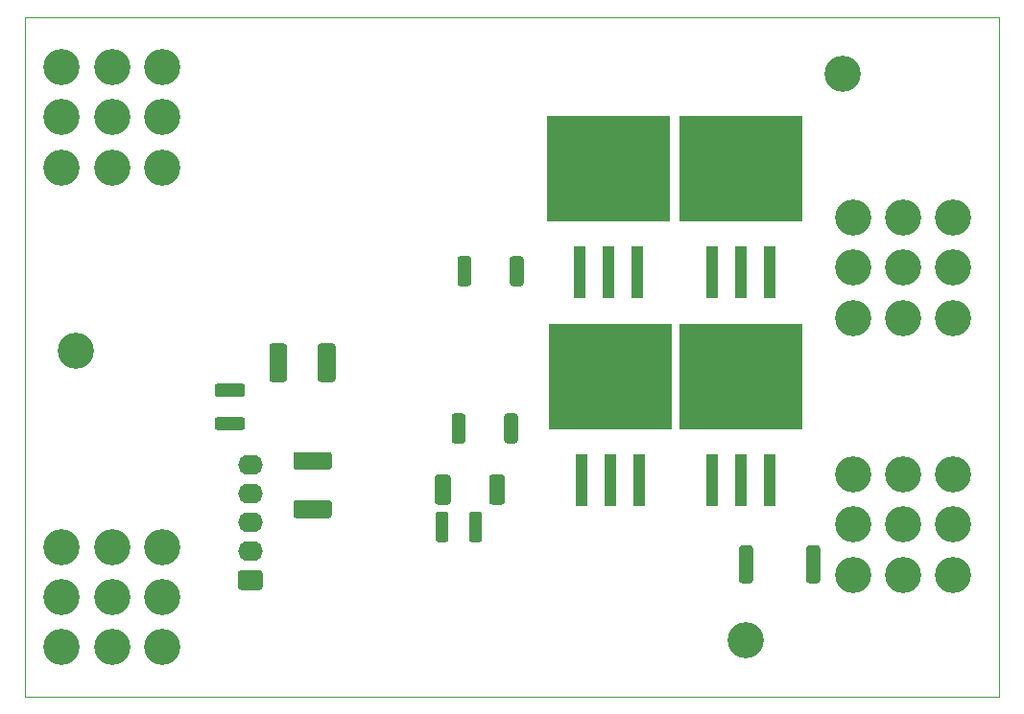
<source format=gbr>
G04 #@! TF.GenerationSoftware,KiCad,Pcbnew,(5.1.9)-1*
G04 #@! TF.CreationDate,2021-06-30T16:08:22-04:00*
G04 #@! TF.ProjectId,Motor Controller 2020,4d6f746f-7220-4436-9f6e-74726f6c6c65,rev?*
G04 #@! TF.SameCoordinates,Original*
G04 #@! TF.FileFunction,Soldermask,Bot*
G04 #@! TF.FilePolarity,Negative*
%FSLAX46Y46*%
G04 Gerber Fmt 4.6, Leading zero omitted, Abs format (unit mm)*
G04 Created by KiCad (PCBNEW (5.1.9)-1) date 2021-06-30 16:08:22*
%MOMM*%
%LPD*%
G01*
G04 APERTURE LIST*
G04 #@! TA.AperFunction,Profile*
%ADD10C,0.050000*%
G04 #@! TD*
%ADD11C,3.200000*%
%ADD12O,2.190000X1.740000*%
%ADD13R,10.800000X9.400000*%
%ADD14R,1.100000X4.600000*%
G04 APERTURE END LIST*
D10*
X174700000Y-102900000D02*
X174700000Y-42900000D01*
X88700000Y-42900000D02*
X174700000Y-42900000D01*
X88700000Y-102900000D02*
X88700000Y-42900000D01*
X88700000Y-102900000D02*
X174700000Y-102900000D01*
G04 #@! TO.C,C3*
G36*
G01*
X110275000Y-74850002D02*
X110275000Y-71949998D01*
G75*
G02*
X110524998Y-71700000I249998J0D01*
G01*
X111600002Y-71700000D01*
G75*
G02*
X111850000Y-71949998I0J-249998D01*
G01*
X111850000Y-74850002D01*
G75*
G02*
X111600002Y-75100000I-249998J0D01*
G01*
X110524998Y-75100000D01*
G75*
G02*
X110275000Y-74850002I0J249998D01*
G01*
G37*
G36*
G01*
X114550000Y-74850002D02*
X114550000Y-71949998D01*
G75*
G02*
X114799998Y-71700000I249998J0D01*
G01*
X115875002Y-71700000D01*
G75*
G02*
X116125000Y-71949998I0J-249998D01*
G01*
X116125000Y-74850002D01*
G75*
G02*
X115875002Y-75100000I-249998J0D01*
G01*
X114799998Y-75100000D01*
G75*
G02*
X114550000Y-74850002I0J249998D01*
G01*
G37*
G04 #@! TD*
D11*
G04 #@! TO.C,J4*
X166200000Y-65000000D03*
X166200000Y-69435000D03*
X170635000Y-65000000D03*
X166200000Y-60565000D03*
X161765000Y-65000000D03*
X161765000Y-69435000D03*
X161765000Y-60565000D03*
X170635000Y-60565000D03*
X170635000Y-69435000D03*
G04 #@! TD*
G04 #@! TO.C,R6*
G36*
G01*
X132225000Y-78124999D02*
X132225000Y-80275001D01*
G75*
G02*
X131975001Y-80525000I-249999J0D01*
G01*
X131249999Y-80525000D01*
G75*
G02*
X131000000Y-80275001I0J249999D01*
G01*
X131000000Y-78124999D01*
G75*
G02*
X131249999Y-77875000I249999J0D01*
G01*
X131975001Y-77875000D01*
G75*
G02*
X132225000Y-78124999I0J-249999D01*
G01*
G37*
G36*
G01*
X127600000Y-78124999D02*
X127600000Y-80275001D01*
G75*
G02*
X127350001Y-80525000I-249999J0D01*
G01*
X126624999Y-80525000D01*
G75*
G02*
X126375000Y-80275001I0J249999D01*
G01*
X126375000Y-78124999D01*
G75*
G02*
X126624999Y-77875000I249999J0D01*
G01*
X127350001Y-77875000D01*
G75*
G02*
X127600000Y-78124999I0J-249999D01*
G01*
G37*
G04 #@! TD*
G04 #@! TO.C,J3*
G36*
G01*
X109445001Y-93470000D02*
X107754999Y-93470000D01*
G75*
G02*
X107505000Y-93220001I0J249999D01*
G01*
X107505000Y-91979999D01*
G75*
G02*
X107754999Y-91730000I249999J0D01*
G01*
X109445001Y-91730000D01*
G75*
G02*
X109695000Y-91979999I0J-249999D01*
G01*
X109695000Y-93220001D01*
G75*
G02*
X109445001Y-93470000I-249999J0D01*
G01*
G37*
D12*
X108600000Y-90060000D03*
X108600000Y-87520000D03*
X108600000Y-84980000D03*
X108600000Y-82440000D03*
G04 #@! TD*
G04 #@! TO.C,C11*
G36*
G01*
X112649998Y-81275000D02*
X115550002Y-81275000D01*
G75*
G02*
X115800000Y-81524998I0J-249998D01*
G01*
X115800000Y-82600002D01*
G75*
G02*
X115550002Y-82850000I-249998J0D01*
G01*
X112649998Y-82850000D01*
G75*
G02*
X112400000Y-82600002I0J249998D01*
G01*
X112400000Y-81524998D01*
G75*
G02*
X112649998Y-81275000I249998J0D01*
G01*
G37*
G36*
G01*
X112649998Y-85550000D02*
X115550002Y-85550000D01*
G75*
G02*
X115800000Y-85799998I0J-249998D01*
G01*
X115800000Y-86875002D01*
G75*
G02*
X115550002Y-87125000I-249998J0D01*
G01*
X112649998Y-87125000D01*
G75*
G02*
X112400000Y-86875002I0J249998D01*
G01*
X112400000Y-85799998D01*
G75*
G02*
X112649998Y-85550000I249998J0D01*
G01*
G37*
G04 #@! TD*
D11*
G04 #@! TO.C,J1*
X100828000Y-56135000D03*
X100828000Y-47265000D03*
X91958000Y-47265000D03*
X91958000Y-56135000D03*
X91958000Y-51700000D03*
X96393000Y-47265000D03*
X100828000Y-51700000D03*
X96393000Y-56135000D03*
X96393000Y-51700000D03*
G04 #@! TD*
G04 #@! TO.C,J2*
X96400000Y-94100000D03*
X96400000Y-98535000D03*
X100835000Y-94100000D03*
X96400000Y-89665000D03*
X91965000Y-94100000D03*
X91965000Y-98535000D03*
X91965000Y-89665000D03*
X100835000Y-89665000D03*
X100835000Y-98535000D03*
G04 #@! TD*
G04 #@! TO.C,J5*
X170635000Y-92135000D03*
X170635000Y-83265000D03*
X161765000Y-83265000D03*
X161765000Y-92135000D03*
X161765000Y-87700000D03*
X166200000Y-83265000D03*
X170635000Y-87700000D03*
X166200000Y-92135000D03*
X166200000Y-87700000D03*
G04 #@! TD*
D13*
G04 #@! TO.C,Q5*
X151892000Y-74653000D03*
D14*
X149352000Y-83803000D03*
X151892000Y-83803000D03*
X154432000Y-83803000D03*
G04 #@! TD*
G04 #@! TO.C,Q6*
X142748000Y-65376000D03*
X140208000Y-65376000D03*
X137668000Y-65376000D03*
D13*
X140208000Y-56226000D03*
G04 #@! TD*
D14*
G04 #@! TO.C,Q8*
X142875000Y-83791000D03*
X140335000Y-83791000D03*
X137795000Y-83791000D03*
D13*
X140335000Y-74641000D03*
G04 #@! TD*
D14*
G04 #@! TO.C,Q7*
X154432000Y-65376000D03*
X151892000Y-65376000D03*
X149352000Y-65376000D03*
D13*
X151892000Y-56226000D03*
G04 #@! TD*
G04 #@! TO.C,JP2*
G36*
G01*
X152950000Y-89774999D02*
X152950000Y-92625001D01*
G75*
G02*
X152700001Y-92875000I-249999J0D01*
G01*
X151974999Y-92875000D01*
G75*
G02*
X151725000Y-92625001I0J249999D01*
G01*
X151725000Y-89774999D01*
G75*
G02*
X151974999Y-89525000I249999J0D01*
G01*
X152700001Y-89525000D01*
G75*
G02*
X152950000Y-89774999I0J-249999D01*
G01*
G37*
G36*
G01*
X158875000Y-89774999D02*
X158875000Y-92625001D01*
G75*
G02*
X158625001Y-92875000I-249999J0D01*
G01*
X157899999Y-92875000D01*
G75*
G02*
X157650000Y-92625001I0J249999D01*
G01*
X157650000Y-89774999D01*
G75*
G02*
X157899999Y-89525000I249999J0D01*
G01*
X158625001Y-89525000D01*
G75*
G02*
X158875000Y-89774999I0J-249999D01*
G01*
G37*
G04 #@! TD*
G04 #@! TO.C,R5*
G36*
G01*
X128100000Y-64224999D02*
X128100000Y-66375001D01*
G75*
G02*
X127850001Y-66625000I-249999J0D01*
G01*
X127124999Y-66625000D01*
G75*
G02*
X126875000Y-66375001I0J249999D01*
G01*
X126875000Y-64224999D01*
G75*
G02*
X127124999Y-63975000I249999J0D01*
G01*
X127850001Y-63975000D01*
G75*
G02*
X128100000Y-64224999I0J-249999D01*
G01*
G37*
G36*
G01*
X132725000Y-64224999D02*
X132725000Y-66375001D01*
G75*
G02*
X132475001Y-66625000I-249999J0D01*
G01*
X131749999Y-66625000D01*
G75*
G02*
X131500000Y-66375001I0J249999D01*
G01*
X131500000Y-64224999D01*
G75*
G02*
X131749999Y-63975000I249999J0D01*
G01*
X132475001Y-63975000D01*
G75*
G02*
X132725000Y-64224999I0J-249999D01*
G01*
G37*
G04 #@! TD*
G04 #@! TO.C,C6*
G36*
G01*
X124950000Y-89000001D02*
X124950000Y-86799999D01*
G75*
G02*
X125199999Y-86550000I249999J0D01*
G01*
X125850001Y-86550000D01*
G75*
G02*
X126100000Y-86799999I0J-249999D01*
G01*
X126100000Y-89000001D01*
G75*
G02*
X125850001Y-89250000I-249999J0D01*
G01*
X125199999Y-89250000D01*
G75*
G02*
X124950000Y-89000001I0J249999D01*
G01*
G37*
G36*
G01*
X127900000Y-89000001D02*
X127900000Y-86799999D01*
G75*
G02*
X128149999Y-86550000I249999J0D01*
G01*
X128800001Y-86550000D01*
G75*
G02*
X129050000Y-86799999I0J-249999D01*
G01*
X129050000Y-89000001D01*
G75*
G02*
X128800001Y-89250000I-249999J0D01*
G01*
X128149999Y-89250000D01*
G75*
G02*
X127900000Y-89000001I0J249999D01*
G01*
G37*
G04 #@! TD*
G04 #@! TO.C,R2*
G36*
G01*
X131075001Y-83530000D02*
X131075001Y-85680002D01*
G75*
G02*
X130825002Y-85930001I-249999J0D01*
G01*
X129925000Y-85930001D01*
G75*
G02*
X129675001Y-85680002I0J249999D01*
G01*
X129675001Y-83530000D01*
G75*
G02*
X129925000Y-83280001I249999J0D01*
G01*
X130825002Y-83280001D01*
G75*
G02*
X131075001Y-83530000I0J-249999D01*
G01*
G37*
G36*
G01*
X126275001Y-83530000D02*
X126275001Y-85680002D01*
G75*
G02*
X126025002Y-85930001I-249999J0D01*
G01*
X125125000Y-85930001D01*
G75*
G02*
X124875001Y-85680002I0J249999D01*
G01*
X124875001Y-83530000D01*
G75*
G02*
X125125000Y-83280001I249999J0D01*
G01*
X126025002Y-83280001D01*
G75*
G02*
X126275001Y-83530000I0J-249999D01*
G01*
G37*
G04 #@! TD*
D11*
G04 #@! TO.C,H1*
X160900000Y-47900000D03*
G04 #@! TD*
G04 #@! TO.C,H2*
X152300000Y-97900000D03*
G04 #@! TD*
G04 #@! TO.C,H3*
X93200000Y-72300000D03*
G04 #@! TD*
G04 #@! TO.C,C2*
G36*
G01*
X107900001Y-76400000D02*
X105699999Y-76400000D01*
G75*
G02*
X105450000Y-76150001I0J249999D01*
G01*
X105450000Y-75499999D01*
G75*
G02*
X105699999Y-75250000I249999J0D01*
G01*
X107900001Y-75250000D01*
G75*
G02*
X108150000Y-75499999I0J-249999D01*
G01*
X108150000Y-76150001D01*
G75*
G02*
X107900001Y-76400000I-249999J0D01*
G01*
G37*
G36*
G01*
X107900001Y-79350000D02*
X105699999Y-79350000D01*
G75*
G02*
X105450000Y-79100001I0J249999D01*
G01*
X105450000Y-78449999D01*
G75*
G02*
X105699999Y-78200000I249999J0D01*
G01*
X107900001Y-78200000D01*
G75*
G02*
X108150000Y-78449999I0J-249999D01*
G01*
X108150000Y-79100001D01*
G75*
G02*
X107900001Y-79350000I-249999J0D01*
G01*
G37*
G04 #@! TD*
M02*

</source>
